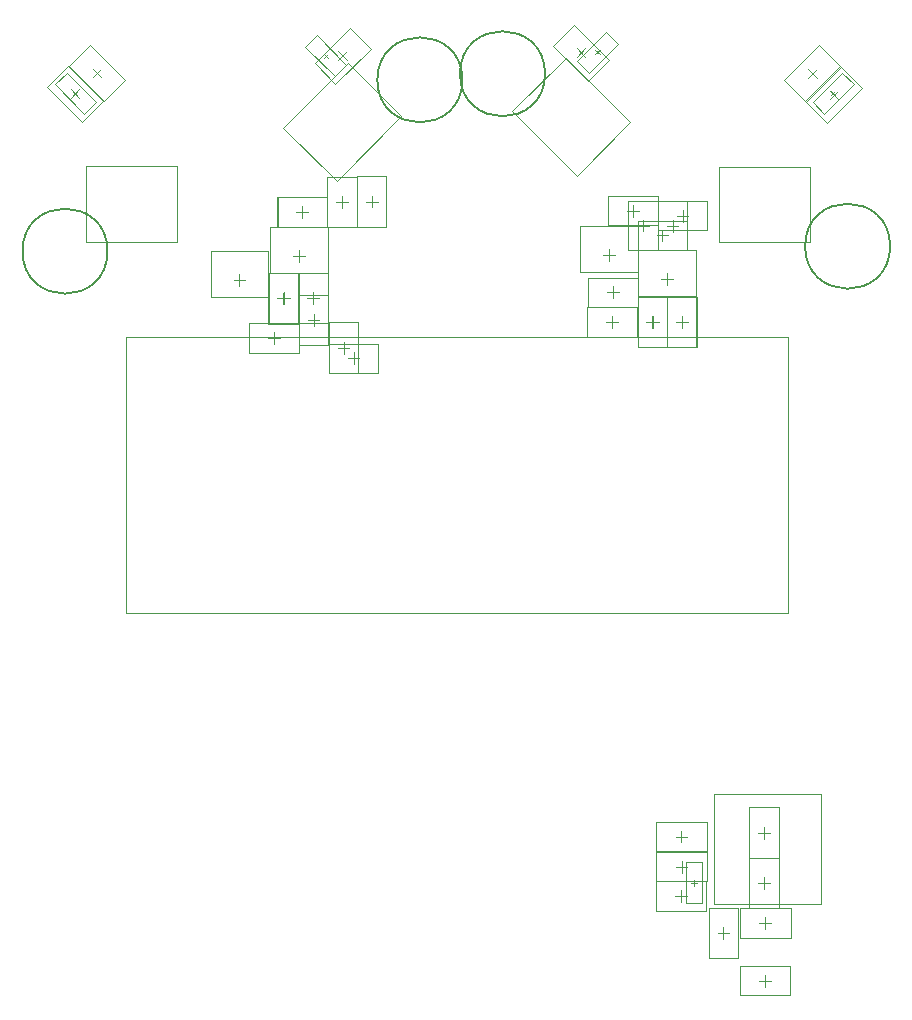
<source format=gbr>
G04*
G04 #@! TF.GenerationSoftware,Altium Limited,Altium Designer,26.2.0 (7)*
G04*
G04 Layer_Color=32768*
%FSTAX25Y25*%
%MOIN*%
G70*
G04*
G04 #@! TF.SameCoordinates,DDC7E0C6-02D7-4959-A8D0-6A7BEAAAFFDF*
G04*
G04*
G04 #@! TF.FilePolarity,Positive*
G04*
G01*
G75*
%ADD12C,0.00500*%
%ADD15C,0.00394*%
%ADD85C,0.00197*%
D12*
X0143235Y0105219D02*
G03*
X0143235Y0105219I-0014173J0D01*
G01*
X0028206Y0162697D02*
G03*
X0028206Y0162697I-0014173J0D01*
G01*
X0000654Y0160672D02*
G03*
X0000654Y0160672I-0014173J0D01*
G01*
X-011763Y0103561D02*
G03*
X-011763Y0103561I-0014173J0D01*
G01*
D15*
X0073746Y0077997D02*
Y0081934D01*
X0071777Y0079965D02*
X0075714D01*
X0062117Y0079976D02*
X0066054D01*
X0064086Y0078008D02*
Y0081945D01*
X0048591Y0079917D02*
X0052528D01*
X005056Y0077949D02*
Y0081886D01*
X007785Y-0107899D02*
Y-010593D01*
X0076865Y-0106915D02*
X0078834D01*
X-0040928Y0071342D02*
X-0036991D01*
X-0038959Y0069373D02*
Y007331D01*
X-0060894Y0087898D02*
X-0056957D01*
X-0058925Y0085929D02*
Y0089866D01*
X0045025Y0169161D02*
X0046417Y0170553D01*
X0045025D02*
X0046417Y0169161D01*
X-0075613Y0094063D02*
X-0071676D01*
X-0073645Y0092094D02*
Y0096031D01*
X-0050982Y0088006D02*
X-0047045D01*
X-0049013Y0086038D02*
Y0089975D01*
X-0029581Y0118119D02*
Y0122056D01*
X-0031549Y0120088D02*
X-0027612D01*
X0101513Y-014157D02*
Y-0137634D01*
X0099545Y-0139602D02*
X0103481D01*
X0049447Y0100276D02*
Y0104213D01*
X0047478Y0102244D02*
X0051415D01*
X-0059055Y0085832D02*
Y0089769D01*
X-0061024Y00878D02*
X-0057087D01*
X-0129048Y015551D02*
X-0127656Y0156902D01*
X-0129048D02*
X-0127656Y015551D01*
X0050793Y0087846D02*
Y0091783D01*
X0048825Y0089814D02*
X0052762D01*
X-0045531Y0167932D02*
X-0044139Y0169324D01*
X-0045531D02*
X-0044139Y0167932D01*
X-0040666Y0170134D02*
X-0037882Y016735D01*
X-0040666D02*
X-0037882Y0170134D01*
X0067335Y0106826D02*
Y0110763D01*
X0065367Y0108795D02*
X0069304D01*
X0038831Y0168336D02*
X0041615Y017112D01*
X0038831D02*
X0041615Y0168336D01*
X-0035617Y0065876D02*
Y0069813D01*
X-0037585Y0067844D02*
X-0033648D01*
X0099199Y-0090257D02*
X0103136D01*
X0101168Y-0092225D02*
Y-0088288D01*
X010161Y-01224D02*
Y-0118463D01*
X0099641Y-0120431D02*
X0103578D01*
X0087686Y-0125731D02*
Y-0121794D01*
X0085717Y-0123763D02*
X0089654D01*
X-0054651Y0116609D02*
X-0050714D01*
X-0052682Y0114641D02*
Y0118578D01*
X011593Y0161443D02*
X0118714Y0164227D01*
X011593D02*
X0118714Y0161443D01*
X-0122577Y0164364D02*
X-0119793Y016158D01*
X-0122577Y016158D02*
X-0119793Y0164364D01*
X0072074Y0115416D02*
X0076011D01*
X0074042Y0113447D02*
Y0117384D01*
X0070698Y0110101D02*
Y0114038D01*
X0068729Y0112069D02*
X0072666D01*
X0060857Y0110132D02*
Y0114068D01*
X0058888Y01121D02*
X0062825D01*
X0055631Y0117044D02*
X0059568D01*
X0057599Y0115076D02*
Y0119013D01*
X-0054718Y0116542D02*
X-0050781D01*
X-0052749Y0114574D02*
Y0118511D01*
X-0064203Y0074571D02*
X-0060266D01*
X-0062235Y0072602D02*
Y0076539D01*
X-005373Y009999D02*
Y0103928D01*
X-0055699Y0101959D02*
X-0051762D01*
X-0048968Y0078616D02*
Y0082553D01*
X-0050937Y0080585D02*
X-0047D01*
X-0129891Y0157469D02*
X-0127107Y0154685D01*
X-0129891D02*
X-0127107Y0157469D01*
X0068782Y0092242D02*
Y0096179D01*
X0066814Y009421D02*
X0070751D01*
X0123562Y0155497D02*
X0124954Y0156889D01*
X0123562D02*
X0124954Y0155497D01*
X0062026Y0079986D02*
X0065963D01*
X0063994Y0078018D02*
Y0081955D01*
X0123192Y0157054D02*
X0125976Y015427D01*
X0123192D02*
X0125976Y0157054D01*
X0073552Y-0113348D02*
Y-0109411D01*
X0071584Y-011138D02*
X0075521D01*
X0071703Y-0091563D02*
X007564D01*
X0073672Y-0093532D02*
Y-0089595D01*
X0071736Y-0101585D02*
X0075673D01*
X0073705Y-0103553D02*
Y-0099616D01*
X0099205Y-0107006D02*
X0103142D01*
X0101173Y-0108974D02*
Y-0105037D01*
X0073782Y0078015D02*
Y0081952D01*
X0071813Y0079984D02*
X007575D01*
X-0041488Y0119931D02*
X-0037551D01*
X-003952Y0117963D02*
Y01219D01*
D85*
X0109124Y-001712D02*
Y0074848D01*
X-0111309Y-001712D02*
X0109124D01*
X-0111309D02*
Y0074848D01*
X0109124D01*
X-012492Y0131965D02*
X-0094409D01*
X-012492Y0106768D02*
Y0131965D01*
Y0106768D02*
X-0094409D01*
Y0131965D01*
X0068824Y008843D02*
X0078667D01*
X0068824Y0071501D02*
X0078667D01*
Y008843D01*
X0068824Y0071501D02*
Y008843D01*
X0059165Y0071511D02*
Y0088441D01*
X0069007Y0071511D02*
Y0088441D01*
X0059165Y0071511D02*
X0069007D01*
X0059165Y0088441D02*
X0069007D01*
X0058828Y0074996D02*
Y0084839D01*
X0042292Y0074996D02*
Y0084839D01*
Y0074996D02*
X0058828D01*
X0042292Y0084839D02*
X0058828D01*
X0084627Y-0113928D02*
Y-0077314D01*
X012006D01*
Y-0113928D02*
Y-0077314D01*
X0084627Y-0113928D02*
X012006D01*
X0075094Y-0113804D02*
Y-0100025D01*
Y-0113804D02*
X0080606D01*
Y-0100025D01*
X0075094D02*
X0080606D01*
X-0043881Y0062877D02*
Y0079806D01*
X-0034038Y0062877D02*
Y0079806D01*
X-0043881Y0062877D02*
X-0034038D01*
X-0043881Y0079806D02*
X-0034038D01*
X-0063846Y007963D02*
Y0096165D01*
X-0054004Y007963D02*
Y0096165D01*
X-0063846Y007963D02*
X-0054004D01*
X-0063846Y0096165D02*
X-0054004D01*
X00389Y0166934D02*
X0048644Y0176678D01*
X00389Y0166934D02*
X0042798Y0163037D01*
X0052541Y017278D01*
X0048644Y0176678D02*
X0052541Y017278D01*
X-008329Y0103709D02*
X-0063999D01*
X-008329Y0088413D02*
Y0103709D01*
X-0063999Y0088413D02*
Y0103709D01*
X-008329Y0088413D02*
X-0063999D01*
X-0044092Y0079739D02*
Y0096274D01*
X-0053935Y0079739D02*
Y0096274D01*
X-0044092D01*
X-0053935Y0079739D02*
X-0044092D01*
X-0034502Y0128552D02*
X-0024659D01*
X-0034502Y0111623D02*
X-0024659D01*
Y0128552D01*
X-0034502Y0111623D02*
Y0128552D01*
X0093048Y-0144523D02*
X0109978D01*
X0093048Y-0134681D02*
X0109978D01*
Y-0144523D02*
Y-0134681D01*
X0093048Y-0144523D02*
Y-0134681D01*
X0039801Y0096595D02*
X0059092D01*
Y011189D01*
X0039801Y0096595D02*
Y011189D01*
X0059092D01*
X-0063976Y0096265D02*
X-0054134D01*
X-0063976Y0079336D02*
X-0054134D01*
X-0063976D02*
Y0096265D01*
X-0054134Y0079336D02*
Y0096265D01*
X-0059103Y0144766D02*
X-0037528Y0166341D01*
X-0059103Y0144766D02*
X-0041286Y0126949D01*
X-0019711Y0148524D01*
X-0037528Y0166341D02*
X-0019711Y0148524D01*
X-0125429Y0149385D02*
X-0121531Y0153283D01*
X-0135172Y0159129D02*
X-0125429Y0149385D01*
X-0135172Y0159129D02*
X-0131275Y0163026D01*
X-0121531Y0153283D01*
X0042526Y0094735D02*
X0059061D01*
X0042526Y0084893D02*
X0059061D01*
X0042526D02*
Y0094735D01*
X0059061Y0084893D02*
Y0094735D01*
X-0051656Y0171551D02*
X-0047758Y0175449D01*
X-0038015Y0165705D01*
X-0041912Y0161807D02*
X-0038015Y0165705D01*
X-0051656Y0171551D02*
X-0041912Y0161807D01*
X-004164Y0159416D02*
X-0029948Y0171108D01*
X-00486Y0166375D02*
X-0036907Y0178068D01*
X-00486Y0166375D02*
X-004164Y0159416D01*
X-0036907Y0178068D02*
X-0029948Y0171108D01*
X0059068Y0113716D02*
X0075603D01*
X0059068Y0103874D02*
X0075603D01*
X0059068D02*
Y0113716D01*
X0075603Y0103874D02*
Y0113716D01*
X0035085Y0168046D02*
X005666Y0146471D01*
X0017268Y015023D02*
X0035085Y0168046D01*
X0017268Y015023D02*
X0038843Y0128655D01*
X005666Y0146471D01*
X0030897Y0172095D02*
X0042589Y0160402D01*
X0037857Y0179054D02*
X0049549Y0167362D01*
X0030897Y0172095D02*
X0037857Y0179054D01*
X0042589Y0160402D02*
X0049549Y0167362D01*
X-0043885Y0072765D02*
X-0027349D01*
X-0043885Y0062923D02*
X-0027349D01*
Y0072765D01*
X-0043885Y0062923D02*
Y0072765D01*
X0106089Y-0098721D02*
Y-0081792D01*
X0096246Y-0098721D02*
Y-0081792D01*
Y-0098721D02*
X0106089D01*
X0096246Y-0081792D02*
X0106089D01*
X0093145Y-011551D02*
X0110074D01*
X0093145Y-0125353D02*
X0110074D01*
X0093145D02*
Y-011551D01*
X0110074Y-0125353D02*
Y-011551D01*
X0082765Y-013203D02*
X0092607D01*
X0082765Y-0115495D02*
X0092607D01*
X0082765Y-013203D02*
Y-0115495D01*
X0092607Y-013203D02*
Y-0115495D01*
X0116679Y0106463D02*
Y0131659D01*
X0086167Y0106463D02*
X0116679D01*
X0086167D02*
Y0131659D01*
X0116679D01*
X-0044415Y0111688D02*
Y0121531D01*
X-006095Y0111688D02*
Y0121531D01*
Y0111688D02*
X-0044415D01*
X-006095Y0121531D02*
X-0044415D01*
X0107996Y0160469D02*
X0114955Y0153509D01*
X0119688Y0172161D02*
X0126648Y0165202D01*
X0114955Y0153509D02*
X0126648Y0165202D01*
X0107996Y0160469D02*
X0119688Y0172161D01*
X-0118819Y0153646D02*
X-0111859Y0160605D01*
X-0130511Y0165338D02*
X-0123551Y0172298D01*
X-0111859Y0160605D01*
X-0130511Y0165338D02*
X-0118819Y0153646D01*
X0065775Y0110494D02*
Y0120337D01*
X008231Y0110494D02*
Y0120337D01*
X0065775D02*
X008231D01*
X0065775Y0110494D02*
X008231D01*
X0065776Y0103802D02*
X0075619D01*
X0065776Y0120337D02*
X0075619D01*
Y0103802D02*
Y0120337D01*
X0065776Y0103802D02*
Y0120337D01*
X0055935Y0103832D02*
X0065778D01*
X0055935Y0120368D02*
X0065778D01*
Y0103832D02*
Y0120368D01*
X0055935Y0103832D02*
Y0120368D01*
X0049332Y0112123D02*
Y0121966D01*
X0065867Y0112123D02*
Y0121966D01*
X0049332D02*
X0065867D01*
X0049332Y0112123D02*
X0065867D01*
X-0044482Y0111621D02*
Y0121464D01*
X-0061017Y0111621D02*
Y0121464D01*
X-0044482D01*
X-0061017Y0111621D02*
X-0044482D01*
X-0053967Y006965D02*
Y0079492D01*
X-0070502Y006965D02*
Y0079492D01*
X-0053967D01*
X-0070502Y006965D02*
X-0053967D01*
X-0063376Y0096309D02*
X-0044085D01*
Y0111605D01*
X-0063376Y0096309D02*
Y0111605D01*
X-0044085D01*
X-005389Y008905D02*
X-0044047D01*
X-005389Y007212D02*
X-0044047D01*
X-005389D02*
Y008905D01*
X-0044047Y007212D02*
Y008905D01*
X-0137825Y0158443D02*
X-0130865Y0165403D01*
X-0126133Y0146751D02*
X-0119173Y0153711D01*
X-0137825Y0158443D02*
X-0126133Y0146751D01*
X-0130865Y0165403D02*
X-0119173Y0153711D01*
X0059137Y0088561D02*
X0078428D01*
Y0103856D01*
X0059137Y0088561D02*
Y0103856D01*
X0078428D01*
X0121335Y0149372D02*
X0131078Y0159116D01*
X0127181Y0163013D02*
X0131078Y0159116D01*
X0117437Y015327D02*
X0127181Y0163013D01*
X0117437Y015327D02*
X0121335Y0149372D01*
X0068916Y0071522D02*
Y0088451D01*
X0059073Y0071522D02*
Y0088451D01*
Y0071522D02*
X0068916D01*
X0059073Y0088451D02*
X0068916D01*
X0122218Y0146336D02*
X013391Y0158028D01*
X0115258Y0153296D02*
X0126951Y0164988D01*
X0115258Y0153296D02*
X0122218Y0146336D01*
X0126951Y0164988D02*
X013391Y0158028D01*
X0065285Y-0116301D02*
X008182D01*
X0065285Y-0106459D02*
X008182D01*
X0065285Y-0116301D02*
Y-0106459D01*
X008182Y-0116301D02*
Y-0106459D01*
X0082137Y-0096485D02*
Y-0086642D01*
X0065207Y-0096485D02*
Y-0086642D01*
X0082137D01*
X0065207Y-0096485D02*
X0082137D01*
X0082169Y-0106506D02*
Y-0096663D01*
X006524Y-0106506D02*
Y-0096663D01*
X0082169D01*
X006524Y-0106506D02*
X0082169D01*
X0106095Y-0115274D02*
Y-0098738D01*
X0096252Y-0115274D02*
Y-0098738D01*
Y-0115274D02*
X0106095D01*
X0096252Y-0098738D02*
X0106095D01*
X0068861Y0088448D02*
X0078703D01*
X0068861Y0071519D02*
X0078703D01*
X0068861D02*
Y0088448D01*
X0078703Y0071519D02*
Y0088448D01*
X-0044441Y0111663D02*
Y0128199D01*
X-0034598Y0111663D02*
Y0128199D01*
X-0044441Y0111663D02*
X-0034598D01*
X-0044441Y0128199D02*
X-0034598D01*
M02*

</source>
